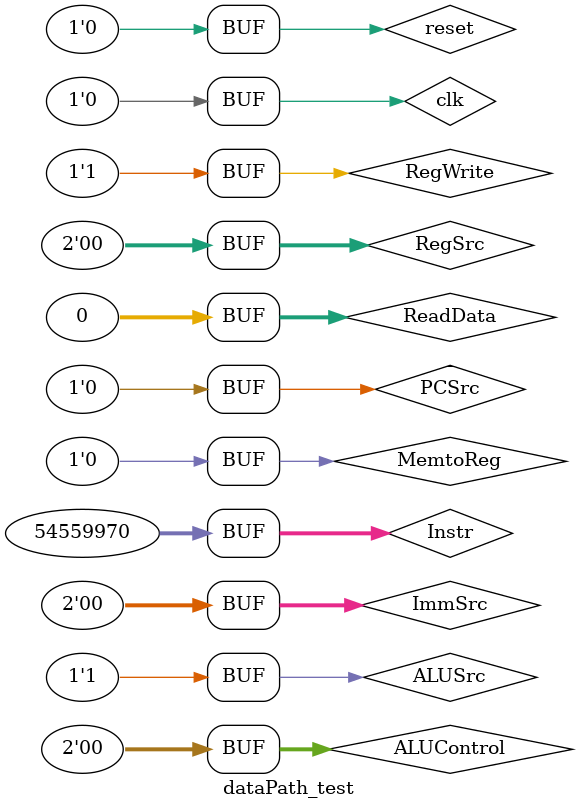
<source format=v>
`timescale 1ns / 1ps


module dataPath_test;

	// Inputs
	reg clk;
	reg reset;
	reg [1:0] RegSrc;
	reg RegWrite;
	reg [1:0] ImmSrc;
	reg ALUSrc;
	reg [1:0] ALUControl;
	reg MemtoReg;
	reg PCSrc;
	reg [31:0] Instr;
	reg [31:0] ReadData;

	// Outputs
	wire Zero;
	wire Negative;
	wire Overflow;
	wire Carry;
	wire [31:0] PC;
	wire [31:0] ALUResult;
	wire [31:0] WriteData;

	// Instantiate the Unit Under Test (UUT)
	dataPath uut (
		.clk(clk), 
		.reset(reset), 
		.RegSrc(RegSrc), 
		.RegWrite(RegWrite), 
		.ImmSrc(ImmSrc), 
		.ALUSrc(ALUSrc), 
		.ALUControl(ALUControl), 
		.MemtoReg(MemtoReg), 
		.PCSrc(PCSrc), 
		.Zero(Zero), 
		.Negative(Negative), 
		.Overflow(Overflow), 
		.Carry(Carry), 
		.PC(PC), 
		.Instr(Instr), 
		.ALUResult(ALUResult), 
		.WriteData(WriteData), 
		.ReadData(ReadData)
	);

	initial begin
		// Initialize Inputs
		clk = 0;
		reset = 0;
		RegSrc = 0;
		RegWrite = 1;
		ImmSrc = 0;
		ALUSrc = 1;
		ALUControl = 0;
		MemtoReg = 0;
		PCSrc = 0;
		Instr = 32'h034084E2;
		ReadData = 0;
		
		
	end
			always
					begin
						clk <= 1; # 5; clk <= 0; # 5;
					end
      
endmodule


</source>
